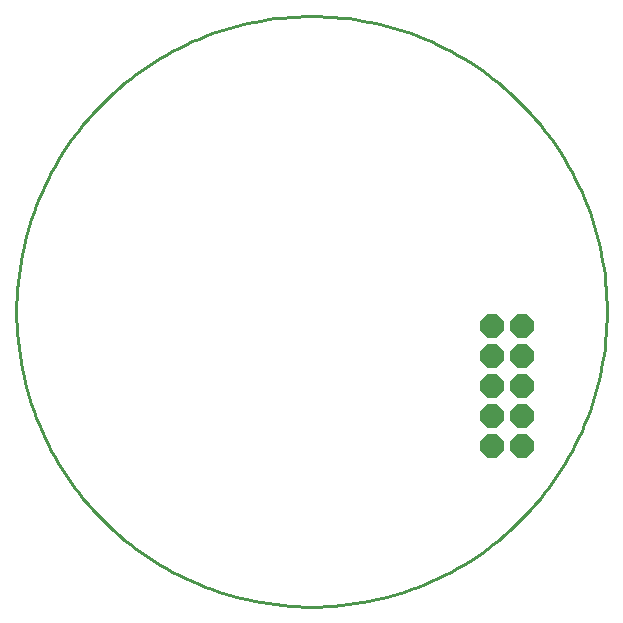
<source format=gbs>
G75*
%MOIN*%
%OFA0B0*%
%FSLAX25Y25*%
%IPPOS*%
%LPD*%
%AMOC8*
5,1,8,0,0,1.08239X$1,22.5*
%
%ADD10C,0.01000*%
%ADD11OC8,0.07800*%
D10*
X0001500Y0099916D02*
X0001530Y0102331D01*
X0001619Y0104745D01*
X0001767Y0107156D01*
X0001974Y0109562D01*
X0002240Y0111963D01*
X0002565Y0114357D01*
X0002949Y0116741D01*
X0003391Y0119116D01*
X0003891Y0121479D01*
X0004449Y0123829D01*
X0005065Y0126165D01*
X0005738Y0128485D01*
X0006467Y0130787D01*
X0007253Y0133071D01*
X0008095Y0135335D01*
X0008991Y0137578D01*
X0009943Y0139798D01*
X0010949Y0141994D01*
X0012008Y0144165D01*
X0013121Y0146309D01*
X0014286Y0148425D01*
X0015502Y0150512D01*
X0016769Y0152568D01*
X0018086Y0154593D01*
X0019453Y0156585D01*
X0020868Y0158542D01*
X0022330Y0160465D01*
X0023839Y0162350D01*
X0025395Y0164199D01*
X0026995Y0166008D01*
X0028638Y0167778D01*
X0030325Y0169507D01*
X0032054Y0171194D01*
X0033824Y0172837D01*
X0035633Y0174437D01*
X0037482Y0175993D01*
X0039367Y0177502D01*
X0041290Y0178964D01*
X0043247Y0180379D01*
X0045239Y0181746D01*
X0047264Y0183063D01*
X0049320Y0184330D01*
X0051407Y0185546D01*
X0053523Y0186711D01*
X0055667Y0187824D01*
X0057838Y0188883D01*
X0060034Y0189889D01*
X0062254Y0190841D01*
X0064497Y0191737D01*
X0066761Y0192579D01*
X0069045Y0193365D01*
X0071347Y0194094D01*
X0073667Y0194767D01*
X0076003Y0195383D01*
X0078353Y0195941D01*
X0080716Y0196441D01*
X0083091Y0196883D01*
X0085475Y0197267D01*
X0087869Y0197592D01*
X0090270Y0197858D01*
X0092676Y0198065D01*
X0095087Y0198213D01*
X0097501Y0198302D01*
X0099916Y0198332D01*
X0102331Y0198302D01*
X0104745Y0198213D01*
X0107156Y0198065D01*
X0109562Y0197858D01*
X0111963Y0197592D01*
X0114357Y0197267D01*
X0116741Y0196883D01*
X0119116Y0196441D01*
X0121479Y0195941D01*
X0123829Y0195383D01*
X0126165Y0194767D01*
X0128485Y0194094D01*
X0130787Y0193365D01*
X0133071Y0192579D01*
X0135335Y0191737D01*
X0137578Y0190841D01*
X0139798Y0189889D01*
X0141994Y0188883D01*
X0144165Y0187824D01*
X0146309Y0186711D01*
X0148425Y0185546D01*
X0150512Y0184330D01*
X0152568Y0183063D01*
X0154593Y0181746D01*
X0156585Y0180379D01*
X0158542Y0178964D01*
X0160465Y0177502D01*
X0162350Y0175993D01*
X0164199Y0174437D01*
X0166008Y0172837D01*
X0167778Y0171194D01*
X0169507Y0169507D01*
X0171194Y0167778D01*
X0172837Y0166008D01*
X0174437Y0164199D01*
X0175993Y0162350D01*
X0177502Y0160465D01*
X0178964Y0158542D01*
X0180379Y0156585D01*
X0181746Y0154593D01*
X0183063Y0152568D01*
X0184330Y0150512D01*
X0185546Y0148425D01*
X0186711Y0146309D01*
X0187824Y0144165D01*
X0188883Y0141994D01*
X0189889Y0139798D01*
X0190841Y0137578D01*
X0191737Y0135335D01*
X0192579Y0133071D01*
X0193365Y0130787D01*
X0194094Y0128485D01*
X0194767Y0126165D01*
X0195383Y0123829D01*
X0195941Y0121479D01*
X0196441Y0119116D01*
X0196883Y0116741D01*
X0197267Y0114357D01*
X0197592Y0111963D01*
X0197858Y0109562D01*
X0198065Y0107156D01*
X0198213Y0104745D01*
X0198302Y0102331D01*
X0198332Y0099916D01*
X0198302Y0097501D01*
X0198213Y0095087D01*
X0198065Y0092676D01*
X0197858Y0090270D01*
X0197592Y0087869D01*
X0197267Y0085475D01*
X0196883Y0083091D01*
X0196441Y0080716D01*
X0195941Y0078353D01*
X0195383Y0076003D01*
X0194767Y0073667D01*
X0194094Y0071347D01*
X0193365Y0069045D01*
X0192579Y0066761D01*
X0191737Y0064497D01*
X0190841Y0062254D01*
X0189889Y0060034D01*
X0188883Y0057838D01*
X0187824Y0055667D01*
X0186711Y0053523D01*
X0185546Y0051407D01*
X0184330Y0049320D01*
X0183063Y0047264D01*
X0181746Y0045239D01*
X0180379Y0043247D01*
X0178964Y0041290D01*
X0177502Y0039367D01*
X0175993Y0037482D01*
X0174437Y0035633D01*
X0172837Y0033824D01*
X0171194Y0032054D01*
X0169507Y0030325D01*
X0167778Y0028638D01*
X0166008Y0026995D01*
X0164199Y0025395D01*
X0162350Y0023839D01*
X0160465Y0022330D01*
X0158542Y0020868D01*
X0156585Y0019453D01*
X0154593Y0018086D01*
X0152568Y0016769D01*
X0150512Y0015502D01*
X0148425Y0014286D01*
X0146309Y0013121D01*
X0144165Y0012008D01*
X0141994Y0010949D01*
X0139798Y0009943D01*
X0137578Y0008991D01*
X0135335Y0008095D01*
X0133071Y0007253D01*
X0130787Y0006467D01*
X0128485Y0005738D01*
X0126165Y0005065D01*
X0123829Y0004449D01*
X0121479Y0003891D01*
X0119116Y0003391D01*
X0116741Y0002949D01*
X0114357Y0002565D01*
X0111963Y0002240D01*
X0109562Y0001974D01*
X0107156Y0001767D01*
X0104745Y0001619D01*
X0102331Y0001530D01*
X0099916Y0001500D01*
X0097501Y0001530D01*
X0095087Y0001619D01*
X0092676Y0001767D01*
X0090270Y0001974D01*
X0087869Y0002240D01*
X0085475Y0002565D01*
X0083091Y0002949D01*
X0080716Y0003391D01*
X0078353Y0003891D01*
X0076003Y0004449D01*
X0073667Y0005065D01*
X0071347Y0005738D01*
X0069045Y0006467D01*
X0066761Y0007253D01*
X0064497Y0008095D01*
X0062254Y0008991D01*
X0060034Y0009943D01*
X0057838Y0010949D01*
X0055667Y0012008D01*
X0053523Y0013121D01*
X0051407Y0014286D01*
X0049320Y0015502D01*
X0047264Y0016769D01*
X0045239Y0018086D01*
X0043247Y0019453D01*
X0041290Y0020868D01*
X0039367Y0022330D01*
X0037482Y0023839D01*
X0035633Y0025395D01*
X0033824Y0026995D01*
X0032054Y0028638D01*
X0030325Y0030325D01*
X0028638Y0032054D01*
X0026995Y0033824D01*
X0025395Y0035633D01*
X0023839Y0037482D01*
X0022330Y0039367D01*
X0020868Y0041290D01*
X0019453Y0043247D01*
X0018086Y0045239D01*
X0016769Y0047264D01*
X0015502Y0049320D01*
X0014286Y0051407D01*
X0013121Y0053523D01*
X0012008Y0055667D01*
X0010949Y0057838D01*
X0009943Y0060034D01*
X0008991Y0062254D01*
X0008095Y0064497D01*
X0007253Y0066761D01*
X0006467Y0069045D01*
X0005738Y0071347D01*
X0005065Y0073667D01*
X0004449Y0076003D01*
X0003891Y0078353D01*
X0003391Y0080716D01*
X0002949Y0083091D01*
X0002565Y0085475D01*
X0002240Y0087869D01*
X0001974Y0090270D01*
X0001767Y0092676D01*
X0001619Y0095087D01*
X0001530Y0097501D01*
X0001500Y0099916D01*
D11*
X0159936Y0095188D03*
X0169936Y0095188D03*
X0169936Y0085188D03*
X0159936Y0085188D03*
X0159936Y0075188D03*
X0169936Y0075188D03*
X0169936Y0065188D03*
X0159936Y0065188D03*
X0159936Y0055188D03*
X0169936Y0055188D03*
M02*

</source>
